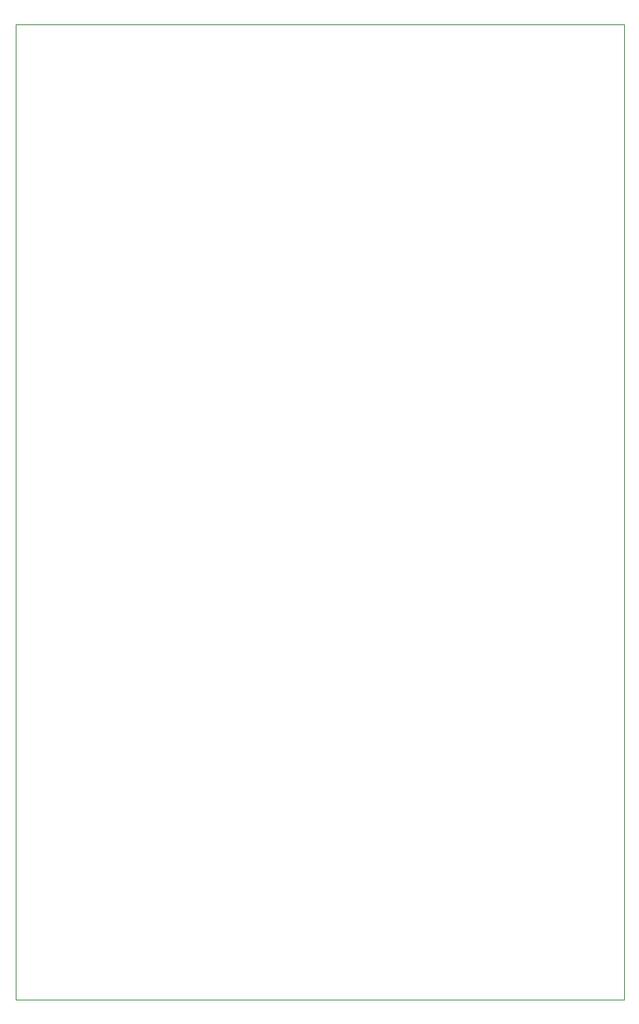
<source format=gbr>
G04*
G04 #@! TF.GenerationSoftware,Altium Limited,Altium Designer,24.4.1 (13)*
G04*
G04 Layer_Color=0*
%FSLAX25Y25*%
%MOIN*%
G70*
G04*
G04 #@! TF.SameCoordinates,39C6BCEE-BF29-4FBA-B2CC-8500FC1695F3*
G04*
G04*
G04 #@! TF.FilePolarity,Positive*
G04*
G01*
G75*
%ADD77C,0.00100*%
D77*
X256500Y103500D02*
X515000D01*
Y517000D01*
X256500D01*
Y103500D01*
M02*

</source>
